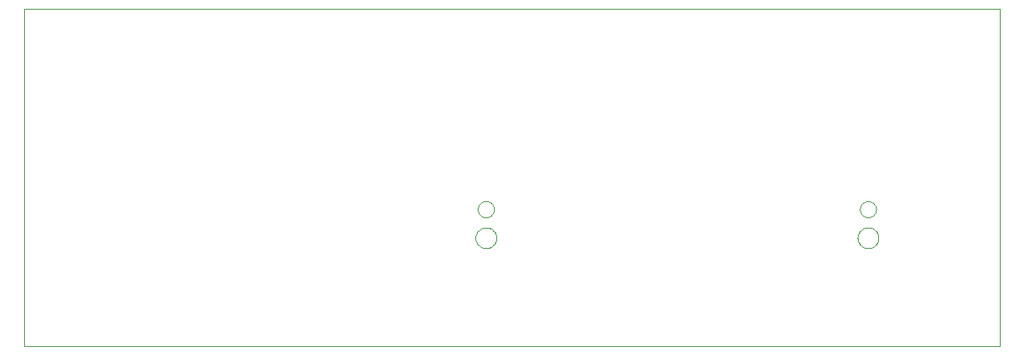
<source format=gko>
G75*
%MOIN*%
%OFA0B0*%
%FSLAX24Y24*%
%IPPOS*%
%LPD*%
%AMOC8*
5,1,8,0,0,1.08239X$1,22.5*
%
%ADD10C,0.0000*%
D10*
X000180Y000180D02*
X000180Y014176D01*
X040550Y014176D01*
X040550Y000180D01*
X000180Y000180D01*
X018841Y004680D02*
X018843Y004721D01*
X018849Y004762D01*
X018859Y004802D01*
X018872Y004841D01*
X018889Y004878D01*
X018910Y004914D01*
X018934Y004948D01*
X018961Y004979D01*
X018990Y005007D01*
X019023Y005033D01*
X019057Y005055D01*
X019094Y005074D01*
X019132Y005089D01*
X019172Y005101D01*
X019212Y005109D01*
X019253Y005113D01*
X019295Y005113D01*
X019336Y005109D01*
X019376Y005101D01*
X019416Y005089D01*
X019454Y005074D01*
X019490Y005055D01*
X019525Y005033D01*
X019558Y005007D01*
X019587Y004979D01*
X019614Y004948D01*
X019638Y004914D01*
X019659Y004878D01*
X019676Y004841D01*
X019689Y004802D01*
X019699Y004762D01*
X019705Y004721D01*
X019707Y004680D01*
X019705Y004639D01*
X019699Y004598D01*
X019689Y004558D01*
X019676Y004519D01*
X019659Y004482D01*
X019638Y004446D01*
X019614Y004412D01*
X019587Y004381D01*
X019558Y004353D01*
X019525Y004327D01*
X019491Y004305D01*
X019454Y004286D01*
X019416Y004271D01*
X019376Y004259D01*
X019336Y004251D01*
X019295Y004247D01*
X019253Y004247D01*
X019212Y004251D01*
X019172Y004259D01*
X019132Y004271D01*
X019094Y004286D01*
X019058Y004305D01*
X019023Y004327D01*
X018990Y004353D01*
X018961Y004381D01*
X018934Y004412D01*
X018910Y004446D01*
X018889Y004482D01*
X018872Y004519D01*
X018859Y004558D01*
X018849Y004598D01*
X018843Y004639D01*
X018841Y004680D01*
X018939Y005861D02*
X018941Y005897D01*
X018947Y005933D01*
X018957Y005968D01*
X018970Y006002D01*
X018987Y006034D01*
X019007Y006064D01*
X019031Y006091D01*
X019057Y006116D01*
X019086Y006138D01*
X019117Y006157D01*
X019150Y006172D01*
X019184Y006184D01*
X019220Y006192D01*
X019256Y006196D01*
X019292Y006196D01*
X019328Y006192D01*
X019364Y006184D01*
X019398Y006172D01*
X019431Y006157D01*
X019462Y006138D01*
X019491Y006116D01*
X019517Y006091D01*
X019541Y006064D01*
X019561Y006034D01*
X019578Y006002D01*
X019591Y005968D01*
X019601Y005933D01*
X019607Y005897D01*
X019609Y005861D01*
X019607Y005825D01*
X019601Y005789D01*
X019591Y005754D01*
X019578Y005720D01*
X019561Y005688D01*
X019541Y005658D01*
X019517Y005631D01*
X019491Y005606D01*
X019462Y005584D01*
X019431Y005565D01*
X019398Y005550D01*
X019364Y005538D01*
X019328Y005530D01*
X019292Y005526D01*
X019256Y005526D01*
X019220Y005530D01*
X019184Y005538D01*
X019150Y005550D01*
X019117Y005565D01*
X019086Y005584D01*
X019057Y005606D01*
X019031Y005631D01*
X019007Y005658D01*
X018987Y005688D01*
X018970Y005720D01*
X018957Y005754D01*
X018947Y005789D01*
X018941Y005825D01*
X018939Y005861D01*
X034751Y005861D02*
X034753Y005897D01*
X034759Y005933D01*
X034769Y005968D01*
X034782Y006002D01*
X034799Y006034D01*
X034819Y006064D01*
X034843Y006091D01*
X034869Y006116D01*
X034898Y006138D01*
X034929Y006157D01*
X034962Y006172D01*
X034996Y006184D01*
X035032Y006192D01*
X035068Y006196D01*
X035104Y006196D01*
X035140Y006192D01*
X035176Y006184D01*
X035210Y006172D01*
X035243Y006157D01*
X035274Y006138D01*
X035303Y006116D01*
X035329Y006091D01*
X035353Y006064D01*
X035373Y006034D01*
X035390Y006002D01*
X035403Y005968D01*
X035413Y005933D01*
X035419Y005897D01*
X035421Y005861D01*
X035419Y005825D01*
X035413Y005789D01*
X035403Y005754D01*
X035390Y005720D01*
X035373Y005688D01*
X035353Y005658D01*
X035329Y005631D01*
X035303Y005606D01*
X035274Y005584D01*
X035243Y005565D01*
X035210Y005550D01*
X035176Y005538D01*
X035140Y005530D01*
X035104Y005526D01*
X035068Y005526D01*
X035032Y005530D01*
X034996Y005538D01*
X034962Y005550D01*
X034929Y005565D01*
X034898Y005584D01*
X034869Y005606D01*
X034843Y005631D01*
X034819Y005658D01*
X034799Y005688D01*
X034782Y005720D01*
X034769Y005754D01*
X034759Y005789D01*
X034753Y005825D01*
X034751Y005861D01*
X034653Y004680D02*
X034655Y004721D01*
X034661Y004762D01*
X034671Y004802D01*
X034684Y004841D01*
X034701Y004878D01*
X034722Y004914D01*
X034746Y004948D01*
X034773Y004979D01*
X034802Y005007D01*
X034835Y005033D01*
X034869Y005055D01*
X034906Y005074D01*
X034944Y005089D01*
X034984Y005101D01*
X035024Y005109D01*
X035065Y005113D01*
X035107Y005113D01*
X035148Y005109D01*
X035188Y005101D01*
X035228Y005089D01*
X035266Y005074D01*
X035302Y005055D01*
X035337Y005033D01*
X035370Y005007D01*
X035399Y004979D01*
X035426Y004948D01*
X035450Y004914D01*
X035471Y004878D01*
X035488Y004841D01*
X035501Y004802D01*
X035511Y004762D01*
X035517Y004721D01*
X035519Y004680D01*
X035517Y004639D01*
X035511Y004598D01*
X035501Y004558D01*
X035488Y004519D01*
X035471Y004482D01*
X035450Y004446D01*
X035426Y004412D01*
X035399Y004381D01*
X035370Y004353D01*
X035337Y004327D01*
X035303Y004305D01*
X035266Y004286D01*
X035228Y004271D01*
X035188Y004259D01*
X035148Y004251D01*
X035107Y004247D01*
X035065Y004247D01*
X035024Y004251D01*
X034984Y004259D01*
X034944Y004271D01*
X034906Y004286D01*
X034870Y004305D01*
X034835Y004327D01*
X034802Y004353D01*
X034773Y004381D01*
X034746Y004412D01*
X034722Y004446D01*
X034701Y004482D01*
X034684Y004519D01*
X034671Y004558D01*
X034661Y004598D01*
X034655Y004639D01*
X034653Y004680D01*
M02*

</source>
